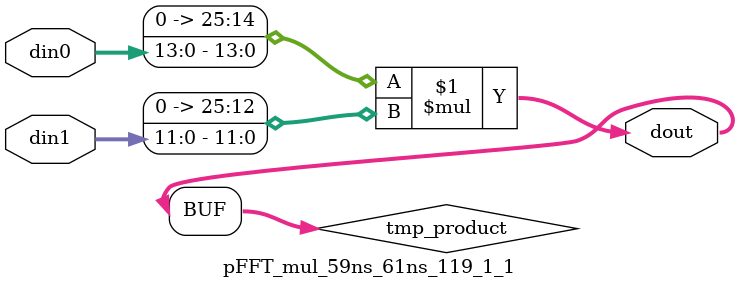
<source format=v>

`timescale 1 ns / 1 ps

 module pFFT_mul_59ns_61ns_119_1_1(din0, din1, dout);
parameter ID = 1;
parameter NUM_STAGE = 0;
parameter din0_WIDTH = 14;
parameter din1_WIDTH = 12;
parameter dout_WIDTH = 26;

input [din0_WIDTH - 1 : 0] din0; 
input [din1_WIDTH - 1 : 0] din1; 
output [dout_WIDTH - 1 : 0] dout;

wire signed [dout_WIDTH - 1 : 0] tmp_product;
























assign tmp_product = $signed({1'b0, din0}) * $signed({1'b0, din1});











assign dout = tmp_product;





















endmodule

</source>
